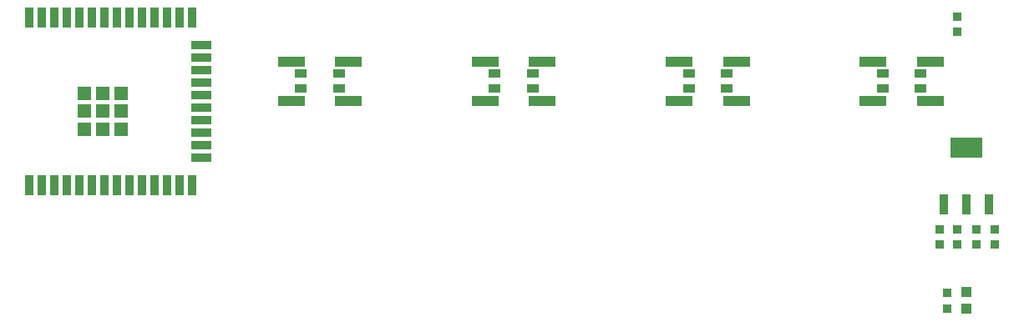
<source format=gtp>
G04*
G04 #@! TF.GenerationSoftware,Altium Limited,Altium Designer,21.9.2 (33)*
G04*
G04 Layer_Color=8421504*
%FSLAX25Y25*%
%MOIN*%
G70*
G04*
G04 #@! TF.SameCoordinates,7D1BAC6E-B471-4F52-9471-A17197207182*
G04*
G04*
G04 #@! TF.FilePolarity,Positive*
G04*
G01*
G75*
%ADD16R,0.03937X0.04331*%
%ADD17R,0.03740X0.03543*%
%ADD18R,0.03740X0.08465*%
%ADD19R,0.12795X0.08465*%
%ADD20R,0.11024X0.03937*%
%ADD21R,0.04921X0.03543*%
%ADD22R,0.03543X0.07874*%
%ADD23R,0.07874X0.03543*%
%ADD24R,0.05236X0.05236*%
D16*
X444850Y86290D02*
D03*
Y79597D02*
D03*
D17*
X441339Y190256D02*
D03*
Y196358D02*
D03*
X434366Y105362D02*
D03*
Y111465D02*
D03*
X441366Y105362D02*
D03*
Y111465D02*
D03*
X448866Y105362D02*
D03*
Y111465D02*
D03*
X456366Y105362D02*
D03*
Y111465D02*
D03*
X437205Y79823D02*
D03*
Y85925D02*
D03*
D18*
X436024Y121260D02*
D03*
X445079D02*
D03*
X454134D02*
D03*
D19*
X445079Y144095D02*
D03*
D20*
X353249Y162765D02*
D03*
X330415D02*
D03*
X353249Y178513D02*
D03*
X330415D02*
D03*
X198394Y162765D02*
D03*
X175559D02*
D03*
X198394Y178513D02*
D03*
X175559D02*
D03*
X275821Y162765D02*
D03*
X252987D02*
D03*
X275821Y178513D02*
D03*
X252987D02*
D03*
X430677Y162765D02*
D03*
X407842D02*
D03*
X430677Y178513D02*
D03*
X407842D02*
D03*
D21*
X334253Y167686D02*
D03*
X349411D02*
D03*
X334253Y173592D02*
D03*
X349411D02*
D03*
X179398Y167686D02*
D03*
X194555D02*
D03*
X179398Y173592D02*
D03*
X194555D02*
D03*
X256825Y167686D02*
D03*
X271983D02*
D03*
X256825Y173592D02*
D03*
X271983D02*
D03*
X411681Y167686D02*
D03*
X426839D02*
D03*
X411681Y173592D02*
D03*
X426839D02*
D03*
D22*
X70850Y129035D02*
D03*
X75850D02*
D03*
X80850D02*
D03*
X85850D02*
D03*
X90850D02*
D03*
X95850D02*
D03*
X100850D02*
D03*
X105850D02*
D03*
X110850D02*
D03*
X115850D02*
D03*
X120850D02*
D03*
X125850D02*
D03*
X130850D02*
D03*
X135850D02*
D03*
Y195965D02*
D03*
X130850D02*
D03*
X125850D02*
D03*
X120850D02*
D03*
X115850D02*
D03*
X110850D02*
D03*
X105850D02*
D03*
X100850D02*
D03*
X95850D02*
D03*
X90850D02*
D03*
X85850D02*
D03*
X80850D02*
D03*
X75850D02*
D03*
X70850D02*
D03*
D23*
X139787Y140000D02*
D03*
Y145000D02*
D03*
Y150000D02*
D03*
Y155000D02*
D03*
Y160000D02*
D03*
Y165000D02*
D03*
Y170000D02*
D03*
Y175000D02*
D03*
Y180000D02*
D03*
Y185000D02*
D03*
D24*
X93154Y151339D02*
D03*
Y158563D02*
D03*
Y165787D02*
D03*
X100378Y151339D02*
D03*
Y158563D02*
D03*
Y165787D02*
D03*
X107602Y151339D02*
D03*
Y158563D02*
D03*
Y165787D02*
D03*
M02*

</source>
